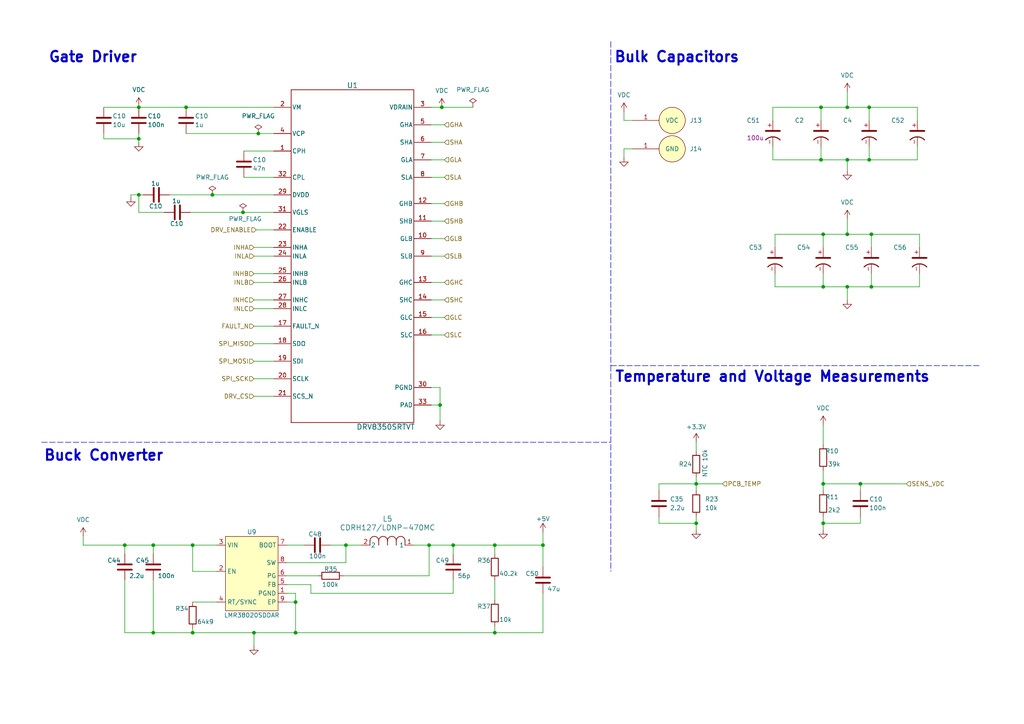
<source format=kicad_sch>
(kicad_sch (version 20230121) (generator eeschema)
  (paper "A4")
  (lib_symbols
    (symbol "BULK-Electrolitic-Cap:EEE-FN1J101V"
      (property "Reference" "C" (at -0.381 1.651 0))
      (property "Value" "EEE-FN1J101V" (at -6.223 0.762 0))
      (symbol "EEE-FN1J101V_0_1"
        (polyline (pts (xy -0.762 -2.032) (xy -0.762 2.032)) (stroke (width 0.508)))
      )
      (symbol "EEE-FN1J101V_1_1"
        (arc (start 1.8415 2.0955) (mid 0.9735 0) (end 1.8415 -2.0955) (stroke (width 0.3)))
        (pin passive line (at -3.81 0 0) (length 2.794) (name "~") (number "+"))
        (pin passive line (at 3.81 0 180) (length 2.794) (name "~") (number "-"))
      )
    )
    (symbol "CDRH127/LDNP-330MC:CDRH127_LDNP-470MC" (pin_names (offset 0.254))
      (property "Reference" "L" (at 6.985 5.08 0))
      (property "Value" "CDRH127/LDNP-470MC" (at 6.985 -2.54 0))
      (symbol "CDRH127_LDNP-470MC_1_1"
        (polyline (pts (xy 2.54 0) (xy 2.54 1.27)) (stroke (width 0.2032)))
        (polyline (pts (xy 5.08 0) (xy 5.08 1.27)) (stroke (width 0.2032)))
        (polyline (pts (xy 7.62 0) (xy 7.62 1.27)) (stroke (width 0.2032)))
        (polyline (pts (xy 10.16 0) (xy 10.16 1.27)) (stroke (width 0.2032)))
        (polyline (pts (xy 12.7 0) (xy 12.7 1.27)) (stroke (width 0.2032)))
        (arc (start 5.08 1.27) (mid 3.81 2.5345) (end 2.54 1.27) (stroke (width 0.2032)))
        (arc (start 7.62 1.27) (mid 6.35 2.5345) (end 5.08 1.27) (stroke (width 0.2032)))
        (arc (start 10.16 1.27) (mid 8.89 2.5345) (end 7.62 1.27) (stroke (width 0.2032)))
        (arc (start 12.7 1.27) (mid 11.43 2.5345) (end 10.16 1.27) (stroke (width 0.2032)))
        (pin unspecified line (at 15.24 0 180) (length 2.54) (name "1") (number "1"))
        (pin unspecified line (at 0 0 0) (length 2.54) (name "2") (number "2"))
      )
      (symbol "CDRH127_LDNP-470MC_1_2"
        (arc (start -1.27 5.08) (mid -2.5345 3.81) (end -1.27 2.54) (stroke (width 0.2032)))
        (arc (start -1.27 7.62) (mid -2.5345 6.35) (end -1.27 5.08) (stroke (width 0.2032)))
        (arc (start -1.27 10.16) (mid -2.5345 8.89) (end -1.27 7.62) (stroke (width 0.2032)))
        (arc (start -1.27 12.7) (mid -2.5345 11.43) (end -1.27 10.16) (stroke (width 0.2032)))
        (polyline (pts (xy 0 2.54) (xy -1.27 2.54)) (stroke (width 0.2032)))
        (polyline (pts (xy 0 5.08) (xy -1.27 5.08)) (stroke (width 0.2032)))
        (polyline (pts (xy 0 7.62) (xy -1.27 7.62)) (stroke (width 0.2032)))
        (polyline (pts (xy 0 10.16) (xy -1.27 10.16)) (stroke (width 0.2032)))
        (polyline (pts (xy 0 12.7) (xy -1.27 12.7)) (stroke (width 0.2032)))
        (pin unspecified line (at 0 15.24 270) (length 2.54) (name "1") (number "1"))
        (pin unspecified line (at 0 0 90) (length 2.54) (name "2") (number "2"))
      )
    )
    (symbol "Connector_Generic:Power_Welding_PAD"
      (property "Reference" "J" (at 0 0 0))
      (symbol "Power_Welding_PAD_1_1"
        (circle (center 0 0) (radius 3.81) (fill (type background)))
        (pin unspecified line (at -11.43 0 0) (length 7.62) (name "") (number "1"))
      )
    )
    (symbol "DRV8350SR:DRV8350SRTVT" (pin_names (offset 0.254))
      (property "Reference" "U" (at 0 2.54 0))
      (property "Value" "DRV8350SRTVT" (at 0 0 0))
      (symbol "DRV8350SRTVT_0_1"
        (polyline (pts (xy -17.78 -48.26) (xy 17.78 -48.26)) (stroke (width 0.2032)))
        (polyline (pts (xy -17.78 48.26) (xy -17.78 -48.26)) (stroke (width 0.2032)))
        (polyline (pts (xy 17.78 -48.26) (xy 17.78 48.26)) (stroke (width 0.2032)))
        (polyline (pts (xy 17.78 48.26) (xy -17.78 48.26)) (stroke (width 0.2032)))
        (pin unspecified line (at -22.86 30.48 0) (length 5.08) (name "CPH") (number "1"))
        (pin output line (at 22.86 5.08 180) (length 5.08) (name "GLB") (number "10"))
        (pin input line (at 22.86 10.16 180) (length 5.08) (name "SHB") (number "11"))
        (pin output line (at 22.86 15.24 180) (length 5.08) (name "GHB") (number "12"))
        (pin output line (at 22.86 -7.62 180) (length 5.08) (name "GHC") (number "13"))
        (pin input line (at 22.86 -12.7 180) (length 5.08) (name "SHC") (number "14"))
        (pin output line (at 22.86 -17.78 180) (length 5.08) (name "GLC") (number "15"))
        (pin input line (at 22.86 -22.86 180) (length 5.08) (name "SLC") (number "16"))
        (pin open_collector line (at -22.86 -20.32 0) (length 5.08) (name "FAULT_N") (number "17"))
        (pin unspecified line (at -22.86 -25.4 0) (length 5.08) (name "SDO") (number "18"))
        (pin input line (at -22.86 -30.48 0) (length 5.08) (name "SDI") (number "19"))
        (pin power_in line (at -22.86 43.18 0) (length 5.08) (name "VM") (number "2"))
        (pin input line (at -22.86 -35.56 0) (length 5.08) (name "SCLK") (number "20"))
        (pin unspecified line (at -22.86 -40.64 0) (length 5.08) (name "SCS_N") (number "21"))
        (pin input line (at -22.86 7.62 0) (length 5.08) (name "ENABLE") (number "22"))
        (pin input line (at -22.86 2.54 0) (length 5.08) (name "INHA") (number "23"))
        (pin input line (at -22.86 0 0) (length 5.08) (name "INLA") (number "24"))
        (pin input line (at -22.86 -5.08 0) (length 5.08) (name "INHB") (number "25"))
        (pin input line (at -22.86 -7.62 0) (length 5.08) (name "INLB") (number "26"))
        (pin input line (at -22.86 -12.7 0) (length 5.08) (name "INHC") (number "27"))
        (pin input line (at -22.86 -15.24 0) (length 5.08) (name "INLC") (number "28"))
        (pin power_in line (at -22.86 17.78 0) (length 5.08) (name "DVDD") (number "29"))
        (pin input line (at 22.86 43.18 180) (length 5.08) (name "VDRAIN") (number "3"))
        (pin power_in line (at 22.86 -38.1 180) (length 5.08) (name "PGND") (number "30"))
        (pin power_in line (at -22.86 12.7 0) (length 5.08) (name "VGLS") (number "31"))
        (pin unspecified line (at -22.86 22.86 0) (length 5.08) (name "CPL") (number "32"))
        (pin power_in line (at 22.86 -43.18 180) (length 5.08) (name "PAD") (number "33"))
        (pin power_in line (at -22.86 35.56 0) (length 5.08) (name "VCP") (number "4"))
        (pin output line (at 22.86 38.1 180) (length 5.08) (name "GHA") (number "5"))
        (pin input line (at 22.86 33.02 180) (length 5.08) (name "SHA") (number "6"))
        (pin output line (at 22.86 27.94 180) (length 5.08) (name "GLA") (number "7"))
        (pin input line (at 22.86 22.86 180) (length 5.08) (name "SLA") (number "8"))
        (pin input line (at 22.86 0 180) (length 5.08) (name "SLB") (number "9"))
      )
    )
    (symbol "Device:C" (pin_numbers hide) (pin_names (offset 0.254))
      (property "Reference" "C" (at 0.635 2.54 0))
      (property "Value" "C" (at 0.635 -2.54 0))
      (symbol "C_0_1"
        (polyline (pts (xy -2.032 -0.762) (xy 2.032 -0.762)) (stroke (width 0.508)))
        (polyline (pts (xy -2.032 0.762) (xy 2.032 0.762)) (stroke (width 0.508)))
      )
      (symbol "C_1_1"
        (pin passive line (at 0 3.81 270) (length 2.794) (name "~") (number "1"))
        (pin passive line (at 0 -3.81 90) (length 2.794) (name "~") (number "2"))
      )
    )
    (symbol "Device:R" (pin_numbers hide) (pin_names (offset 0))
      (property "Reference" "R" (at 2.032 0 90))
      (property "Value" "R" (at 0 0 90))
      (symbol "R_0_1"
        (rectangle (start -1.016 -2.54) (end 1.016 2.54) (stroke (width 0.254)))
      )
      (symbol "R_1_1"
        (pin passive line (at 0 3.81 270) (length 1.27) (name "~") (number "1"))
        (pin passive line (at 0 -3.81 90) (length 1.27) (name "~") (number "2"))
      )
    )
    (symbol "Regulator_Switching:LMR38020DDAR"
      (property "Reference" "U" (at 0 8.89 0))
      (property "Value" "LMR38020SDDAR" (at 0 -15.24 0))
      (symbol "LMR38020DDAR_1_1"
        (rectangle (start -7.62 7.62) (end 7.62 -13.97) (fill (type background)))
        (pin unspecified line (at 10.16 -8.89 180) (length 2.54) (name "PGND") (number "1"))
        (pin unspecified line (at -10.16 -2.54 0) (length 2.54) (name "EN") (number "2"))
        (pin unspecified line (at -10.16 5.08 0) (length 2.54) (name "VIN") (number "3"))
        (pin unspecified line (at -10.16 -11.43 0) (length 2.54) (name "RT/SYNC") (number "4"))
        (pin unspecified line (at 10.16 -6.35 180) (length 2.54) (name "FB") (number "5"))
        (pin unspecified line (at 10.16 -3.81 180) (length 2.54) (name "PG") (number "6"))
        (pin unspecified line (at 10.16 5.08 180) (length 2.54) (name "BOOT") (number "7"))
        (pin unspecified line (at 10.16 0 180) (length 2.54) (name "SW") (number "8"))
        (pin unspecified line (at 10.16 -11.43 180) (length 2.54) (name "EP") (number "9"))
      )
    )
    (symbol "power:+3.3V" (power) (pin_names (offset 0))
      (property "Value" "+3.3V" (at 0 3.556 0))
      (symbol "+3.3V_0_1"
        (polyline (pts (xy -0.762 1.27) (xy 0 2.54)))
        (polyline (pts (xy 0 0) (xy 0 2.54)))
        (polyline (pts (xy 0 2.54) (xy 0.762 1.27)))
      )
      (symbol "+3.3V_1_1"
        (pin power_in line (at 0 0 90) (length 0) hide (name "+3.3V") (number "1"))
      )
    )
    (symbol "power:+5V" (power) (pin_names (offset 0))
      (property "Value" "+5V" (at 0 3.556 0))
      (symbol "+5V_0_1"
        (polyline (pts (xy -0.762 1.27) (xy 0 2.54)))
        (polyline (pts (xy 0 0) (xy 0 2.54)))
        (polyline (pts (xy 0 2.54) (xy 0.762 1.27)))
      )
      (symbol "+5V_1_1"
        (pin power_in line (at 0 0 90) (length 0) hide (name "+5V") (number "1"))
      )
    )
    (symbol "power:GND" (power) (pin_names (offset 0))
      (property "Value" "GND" (at 0 -3.81 0))
      (symbol "GND_0_1"
        (polyline (pts (xy 0 0) (xy 0 -1.27) (xy 1.27 -1.27) (xy 0 -2.54) (xy -1.27 -1.27) (xy 0 -1.27)))
      )
      (symbol "GND_1_1"
        (pin power_in line (at 0 0 270) (length 0) hide (name "GND") (number "1"))
      )
    )
    (symbol "power:PWR_FLAG" (power) (pin_numbers hide) (pin_names (offset 0) hide)
      (property "Value" "PWR_FLAG" (at 0 3.81 0))
      (symbol "PWR_FLAG_0_0"
        (pin power_out line (at 0 0 90) (length 0) (name "pwr") (number "1"))
      )
      (symbol "PWR_FLAG_0_1"
        (polyline (pts (xy 0 0) (xy 0 1.27) (xy -1.016 1.905) (xy 0 2.54) (xy 1.016 1.905) (xy 0 1.27)))
      )
    )
    (symbol "power:VDC" (power) (pin_names (offset 0))
      (property "Value" "VDC" (at 0 6.35 0))
      (symbol "VDC_0_1"
        (polyline (pts (xy -0.762 1.27) (xy 0 2.54)))
        (polyline (pts (xy 0 0) (xy 0 2.54)))
        (polyline (pts (xy 0 2.54) (xy 0.762 1.27)))
      )
      (symbol "VDC_1_1"
        (pin power_in line (at 0 0 90) (length 0) hide (name "VDC") (number "1"))
      )
    )
  )
  (junction (at 53.975 31.115))
  (junction (at 73.66 183.515))
  (junction (at 55.88 183.515))
  (junction (at 238.125 31.115))
  (junction (at 143.51 158.115))
  (junction (at 252.095 46.355))
  (junction (at 143.51 183.515))
  (junction (at 245.745 83.185))
  (junction (at 245.745 67.945))
  (junction (at 201.93 151.765))
  (junction (at 128.143 31.115))
  (junction (at 40.259 56.515))
  (junction (at 40.259 40.259))
  (junction (at 85.725 174.625))
  (junction (at 131.445 158.115))
  (junction (at 36.195 158.115))
  (junction (at 238.76 151.765))
  (junction (at 44.45 158.115))
  (junction (at 201.93 140.335))
  (junction (at 44.45 183.515))
  (junction (at 252.73 67.945))
  (junction (at 124.46 158.115))
  (junction (at 249.555 140.335))
  (junction (at 74.93 38.735))
  (junction (at 40.259 31.115))
  (junction (at 238.76 83.185))
  (junction (at 61.595 56.515))
  (junction (at 245.745 46.355))
  (junction (at 100.33 158.115))
  (junction (at 70.485 61.595))
  (junction (at 252.73 83.185))
  (junction (at 238.76 67.945))
  (junction (at 157.48 158.115))
  (junction (at 245.745 31.115))
  (junction (at 252.095 31.115))
  (junction (at 238.76 140.335))
  (junction (at 55.88 158.115))
  (junction (at 127.635 117.475))
  (junction (at 85.725 183.515))
  (junction (at 238.125 46.355))
  (wire (pts (xy 73.66 114.935) (xy 79.375 114.935)))
  (wire (pts (xy 55.88 183.515) (xy 73.66 183.515)))
  (wire (pts (xy 238.125 31.115) (xy 238.125 34.925)))
  (wire (pts (xy 83.185 167.005) (xy 92.075 167.005)))
  (wire (pts (xy 125.095 46.355) (xy 128.905 46.355)))
  (wire (pts (xy 245.745 31.115) (xy 252.095 31.115)))
  (wire (pts (xy 124.46 158.115) (xy 120.015 158.115)))
  (wire (pts (xy 44.45 183.515) (xy 55.88 183.515)))
  (wire (pts (xy 201.93 149.86) (xy 201.93 151.765)))
  (polyline (pts (xy 177.165 12.065) (xy 177.165 106.045)) (stroke (width 0) (type dash)))
  (wire (pts (xy 99.695 167.005) (xy 124.46 167.005)))
  (polyline (pts (xy 177.165 106.045) (xy 284.48 106.045)) (stroke (width 0) (type dash)))
  (wire (pts (xy 249.555 151.765) (xy 238.76 151.765)))
  (wire (pts (xy 252.73 67.945) (xy 266.7 67.945)))
  (wire (pts (xy 44.45 158.115) (xy 44.45 160.655)))
  (wire (pts (xy 70.739 43.815) (xy 79.375 43.815)))
  (wire (pts (xy 125.095 64.135) (xy 128.905 64.135)))
  (wire (pts (xy 44.45 158.115) (xy 55.88 158.115)))
  (wire (pts (xy 55.245 61.595) (xy 70.485 61.595)))
  (wire (pts (xy 100.33 163.195) (xy 100.33 158.115)))
  (wire (pts (xy 73.66 99.695) (xy 79.375 99.695)))
  (wire (pts (xy 249.555 140.335) (xy 262.89 140.335)))
  (wire (pts (xy 157.48 164.465) (xy 157.48 158.115)))
  (wire (pts (xy 73.66 89.535) (xy 79.375 89.535)))
  (wire (pts (xy 157.48 172.085) (xy 157.48 183.515)))
  (wire (pts (xy 191.135 140.335) (xy 191.135 142.24)))
  (wire (pts (xy 73.66 94.615) (xy 79.375 94.615)))
  (wire (pts (xy 36.195 183.515) (xy 44.45 183.515)))
  (wire (pts (xy 100.33 158.115) (xy 95.885 158.115)))
  (wire (pts (xy 55.88 165.735) (xy 55.88 158.115)))
  (wire (pts (xy 238.76 123.19) (xy 238.76 128.905)))
  (wire (pts (xy 100.33 158.115) (xy 104.775 158.115)))
  (wire (pts (xy 125.095 51.435) (xy 128.905 51.435)))
  (wire (pts (xy 266.7 67.945) (xy 266.7 71.755)))
  (wire (pts (xy 238.125 42.545) (xy 238.125 46.355)))
  (wire (pts (xy 83.185 172.085) (xy 85.725 172.085)))
  (wire (pts (xy 143.51 158.115) (xy 131.445 158.115)))
  (wire (pts (xy 238.76 149.86) (xy 238.76 151.765)))
  (wire (pts (xy 125.095 69.215) (xy 128.905 69.215)))
  (wire (pts (xy 224.79 67.945) (xy 238.76 67.945)))
  (wire (pts (xy 85.725 183.515) (xy 85.725 174.625)))
  (wire (pts (xy 180.975 34.925) (xy 183.515 34.925)))
  (wire (pts (xy 127.635 117.475) (xy 127.635 122.047)))
  (wire (pts (xy 55.88 158.115) (xy 62.865 158.115)))
  (wire (pts (xy 224.155 42.545) (xy 224.155 46.355)))
  (wire (pts (xy 73.66 81.915) (xy 79.375 81.915)))
  (wire (pts (xy 224.79 83.185) (xy 238.76 83.185)))
  (wire (pts (xy 73.66 79.375) (xy 79.375 79.375)))
  (wire (pts (xy 238.76 67.945) (xy 238.76 71.755)))
  (wire (pts (xy 245.745 83.185) (xy 245.745 86.995)))
  (wire (pts (xy 83.185 158.115) (xy 88.265 158.115)))
  (wire (pts (xy 47.625 61.595) (xy 40.259 61.595)))
  (wire (pts (xy 245.745 49.53) (xy 245.745 46.355)))
  (wire (pts (xy 44.45 168.275) (xy 44.45 183.515)))
  (wire (pts (xy 180.975 45.72) (xy 180.975 43.18)))
  (wire (pts (xy 238.125 31.115) (xy 245.745 31.115)))
  (wire (pts (xy 201.93 140.335) (xy 201.93 142.24)))
  (wire (pts (xy 249.555 149.86) (xy 249.555 151.765)))
  (wire (pts (xy 143.51 158.115) (xy 157.48 158.115)))
  (wire (pts (xy 245.745 63.5) (xy 245.745 67.945)))
  (wire (pts (xy 201.93 128.27) (xy 201.93 130.81)))
  (wire (pts (xy 70.739 51.435) (xy 79.375 51.435)))
  (wire (pts (xy 55.88 174.625) (xy 62.865 174.625)))
  (wire (pts (xy 143.51 168.275) (xy 143.51 173.99)))
  (wire (pts (xy 73.66 86.995) (xy 79.375 86.995)))
  (wire (pts (xy 74.93 38.735) (xy 79.375 38.735)))
  (wire (pts (xy 30.099 31.115) (xy 40.259 31.115)))
  (wire (pts (xy 252.73 79.375) (xy 252.73 83.185)))
  (wire (pts (xy 238.76 140.335) (xy 238.76 142.24)))
  (wire (pts (xy 36.195 168.275) (xy 36.195 183.515)))
  (wire (pts (xy 125.095 31.115) (xy 128.143 31.115)))
  (wire (pts (xy 41.529 56.515) (xy 40.259 56.515)))
  (wire (pts (xy 36.195 158.115) (xy 44.45 158.115)))
  (wire (pts (xy 85.725 174.625) (xy 83.185 174.625)))
  (wire (pts (xy 245.745 67.945) (xy 252.73 67.945)))
  (wire (pts (xy 73.66 71.755) (xy 79.375 71.755)))
  (wire (pts (xy 37.973 56.515) (xy 37.973 57.277)))
  (wire (pts (xy 73.66 104.775) (xy 79.375 104.775)))
  (wire (pts (xy 24.13 155.575) (xy 24.13 158.115)))
  (wire (pts (xy 224.79 79.375) (xy 224.79 83.185)))
  (wire (pts (xy 238.76 79.375) (xy 238.76 83.185)))
  (wire (pts (xy 201.93 151.765) (xy 201.93 153.67)))
  (polyline (pts (xy 177.165 106.045) (xy 177.165 165.735)) (stroke (width 0) (type dash)))
  (wire (pts (xy 124.46 167.005) (xy 124.46 158.115)))
  (wire (pts (xy 224.155 46.355) (xy 238.125 46.355)))
  (wire (pts (xy 249.555 142.24) (xy 249.555 140.335)))
  (wire (pts (xy 266.7 79.375) (xy 266.7 83.185)))
  (wire (pts (xy 125.095 74.295) (xy 128.905 74.295)))
  (wire (pts (xy 61.595 56.515) (xy 79.375 56.515)))
  (wire (pts (xy 157.48 154.305) (xy 157.48 158.115)))
  (wire (pts (xy 125.095 41.275) (xy 128.905 41.275)))
  (wire (pts (xy 40.259 56.515) (xy 37.973 56.515)))
  (wire (pts (xy 55.88 182.245) (xy 55.88 183.515)))
  (wire (pts (xy 40.259 40.259) (xy 40.259 41.275)))
  (wire (pts (xy 73.66 183.515) (xy 85.725 183.515)))
  (wire (pts (xy 191.135 151.765) (xy 191.135 149.86)))
  (wire (pts (xy 49.149 56.515) (xy 61.595 56.515)))
  (wire (pts (xy 125.095 86.995) (xy 128.905 86.995)))
  (wire (pts (xy 252.73 83.185) (xy 266.7 83.185)))
  (wire (pts (xy 252.095 31.115) (xy 252.095 34.925)))
  (wire (pts (xy 125.095 81.915) (xy 128.905 81.915)))
  (wire (pts (xy 90.17 169.545) (xy 90.17 172.085)))
  (wire (pts (xy 125.095 36.195) (xy 128.905 36.195)))
  (wire (pts (xy 224.155 31.115) (xy 224.155 34.925)))
  (wire (pts (xy 40.259 38.735) (xy 40.259 40.259)))
  (wire (pts (xy 125.095 97.155) (xy 128.905 97.155)))
  (wire (pts (xy 53.975 31.115) (xy 79.375 31.115)))
  (wire (pts (xy 131.445 172.085) (xy 131.445 168.275)))
  (wire (pts (xy 124.46 158.115) (xy 131.445 158.115)))
  (wire (pts (xy 125.095 59.055) (xy 128.905 59.055)))
  (wire (pts (xy 252.095 31.115) (xy 266.065 31.115)))
  (wire (pts (xy 128.143 31.115) (xy 137.16 31.115)))
  (wire (pts (xy 36.195 158.115) (xy 36.195 160.655)))
  (wire (pts (xy 90.17 172.085) (xy 131.445 172.085)))
  (wire (pts (xy 252.095 42.545) (xy 252.095 46.355)))
  (wire (pts (xy 53.975 31.115) (xy 40.259 31.115)))
  (wire (pts (xy 191.135 140.335) (xy 201.93 140.335)))
  (wire (pts (xy 238.125 46.355) (xy 245.745 46.355)))
  (wire (pts (xy 83.185 163.195) (xy 100.33 163.195)))
  (wire (pts (xy 73.66 74.295) (xy 79.375 74.295)))
  (wire (pts (xy 238.76 136.525) (xy 238.76 140.335)))
  (wire (pts (xy 131.445 160.655) (xy 131.445 158.115)))
  (polyline (pts (xy 12.065 128.27) (xy 177.165 128.27)) (stroke (width 0) (type dash)))
  (wire (pts (xy 238.76 83.185) (xy 245.745 83.185)))
  (wire (pts (xy 224.79 67.945) (xy 224.79 71.755)))
  (wire (pts (xy 245.745 83.185) (xy 252.73 83.185)))
  (wire (pts (xy 266.065 42.545) (xy 266.065 46.355)))
  (wire (pts (xy 238.76 151.765) (xy 238.76 153.67)))
  (wire (pts (xy 127.635 112.395) (xy 127.635 117.475)))
  (wire (pts (xy 85.725 183.515) (xy 143.51 183.515)))
  (wire (pts (xy 238.76 67.945) (xy 245.745 67.945)))
  (wire (pts (xy 73.66 187.325) (xy 73.66 183.515)))
  (wire (pts (xy 252.095 46.355) (xy 266.065 46.355)))
  (wire (pts (xy 30.099 40.259) (xy 40.259 40.259)))
  (wire (pts (xy 249.555 140.335) (xy 238.76 140.335)))
  (wire (pts (xy 70.485 61.595) (xy 79.375 61.595)))
  (wire (pts (xy 224.155 31.115) (xy 238.125 31.115)))
  (wire (pts (xy 201.93 140.335) (xy 209.55 140.335)))
  (wire (pts (xy 40.259 61.595) (xy 40.259 56.515)))
  (wire (pts (xy 125.095 117.475) (xy 127.635 117.475)))
  (wire (pts (xy 180.975 32.385) (xy 180.975 34.925)))
  (wire (pts (xy 201.93 138.43) (xy 201.93 140.335)))
  (wire (pts (xy 73.66 109.855) (xy 79.375 109.855)))
  (wire (pts (xy 157.48 183.515) (xy 143.51 183.515)))
  (wire (pts (xy 143.51 181.61) (xy 143.51 183.515)))
  (wire (pts (xy 191.135 151.765) (xy 201.93 151.765)))
  (wire (pts (xy 85.725 172.085) (xy 85.725 174.625)))
  (wire (pts (xy 90.17 169.545) (xy 83.185 169.545)))
  (wire (pts (xy 143.51 160.655) (xy 143.51 158.115)))
  (wire (pts (xy 40.259 31.115) (xy 40.259 30.861)))
  (wire (pts (xy 125.095 92.075) (xy 128.905 92.075)))
  (wire (pts (xy 62.865 165.735) (xy 55.88 165.735)))
  (wire (pts (xy 180.975 43.18) (xy 183.515 43.18)))
  (wire (pts (xy 252.73 67.945) (xy 252.73 71.755)))
  (wire (pts (xy 74.295 66.675) (xy 79.375 66.675)))
  (wire (pts (xy 266.065 31.115) (xy 266.065 34.925)))
  (wire (pts (xy 24.13 158.115) (xy 36.195 158.115)))
  (wire (pts (xy 30.099 38.735) (xy 30.099 40.259)))
  (wire (pts (xy 245.745 46.355) (xy 252.095 46.355)))
  (wire (pts (xy 53.975 38.735) (xy 74.93 38.735)))
  (wire (pts (xy 245.745 26.67) (xy 245.745 31.115)))
  (wire (pts (xy 125.095 112.395) (xy 127.635 112.395)))
  (text "Buck Converter" (at 47.625 133.985 0) (effects (font (size 3 3) (thickness 0.6) bold) (justify right bottom)))
  (text "Temperature and Voltage Measurements" (at 269.875 111.125 0) (effects (font (size 3 3) (thickness 0.6) bold) (justify right bottom)))
  (text "Gate Driver" (at 40.005 18.415 0) (effects (font (size 3 3) (thickness 0.6) bold) (justify right bottom)))
  (text "Bulk Capacitors" (at 214.63 18.415 0) (effects (font (size 3 3) (thickness 0.6) bold) (justify right bottom)))
  (hierarchical_label "DRV_ENABLE" (shape input) (at 74.295 66.675 180))
  (hierarchical_label "GLA" (shape input) (at 128.905 46.355 0))
  (hierarchical_label "SHA" (shape input) (at 128.905 41.275 0))
  (hierarchical_label "INLC" (shape input) (at 73.66 89.535 180))
  (hierarchical_label "SHC" (shape input) (at 128.905 86.995 0))
  (hierarchical_label "SENS_VDC" (shape input) (at 262.89 140.335 0))
  (hierarchical_label "SHB" (shape input) (at 128.905 64.135 0))
  (hierarchical_label "INHA" (shape input) (at 73.66 71.755 180))
  (hierarchical_label "SPI_MOSI" (shape input) (at 73.66 104.775 180))
  (hierarchical_label "GLB" (shape input) (at 128.905 69.215 0))
  (hierarchical_label "SLB" (shape input) (at 128.905 74.295 0))
  (hierarchical_label "GLC" (shape input) (at 128.905 92.075 0))
  (hierarchical_label "FAULT_N" (shape input) (at 73.66 94.615 180))
  (hierarchical_label "SLC" (shape input) (at 128.905 97.155 0))
  (hierarchical_label "SPI_SCK" (shape input) (at 73.66 109.855 180))
  (hierarchical_label "SLA" (shape input) (at 128.905 51.435 0))
  (hierarchical_label "PCB_TEMP" (shape input) (at 209.55 140.335 0))
  (hierarchical_label "INLB" (shape input) (at 73.66 81.915 180))
  (hierarchical_label "INLA" (shape input) (at 73.66 74.295 180))
  (hierarchical_label "GHB" (shape input) (at 128.905 59.055 0))
  (hierarchical_label "GHC" (shape input) (at 128.905 81.915 0))
  (hierarchical_label "INHB" (shape input) (at 73.66 79.375 180))
  (hierarchical_label "GHA" (shape input) (at 128.905 36.195 0))
  (hierarchical_label "INHC" (shape input) (at 73.66 86.995 180))
  (hierarchical_label "SPI_MISO" (shape input) (at 73.66 99.695 180))
  (hierarchical_label "DRV_CS" (shape input) (at 73.66 114.935 180))
  (symbol (lib_id "Device:C") (at 40.259 34.925 0) (unit 1)
    (property "Reference" "C10" (at 42.799 33.655 0) (effects (justify left)))
    (property "Value" "100n" (at 42.799 36.195 0) (effects (justify left)))
    (property "Footprint" "Capacitor_SMD:C_0402_1005Metric" (effects hide))
    (property "Comment" "X5R or X7R / 100V or 60V / Place near VM (PIN-2).  " (effects hide))
    (instances (project "BLDC_V_0.1" (path "" (reference "C10") (unit 1)) (path "" (reference "C10") (unit 1)) (path "" (reference "C19") (unit 1))))
  )
  (symbol (lib_id "power:GND") (at 40.259 41.275 0) (unit 1)
    (property "Reference" "#PWR024" (effects hide))
    (property "Value" "GND" (effects hide))
    (instances (project "BLDC_V_0.1" (path "" (reference "#PWR024") (unit 1)) (path "" (reference "#PWR023") (unit 1)) (path "" (reference "#PWR06") (unit 1))))
  )
  (symbol (lib_id "power:PWR_FLAG") (at 61.595 56.515 0) (unit 1)
    (property "Reference" "#FLG03" (effects hide))
    (property "Value" "PWR_FLAG" (at 61.595 51.435 0))
    (instances (project "BLDC_V_0.1" (path "" (reference "#FLG03") (unit 1)) (path "" (reference "#FLG06") (unit 1))))
  )
  (symbol (lib_id "Device:R") (at 201.93 134.62 0) (unit 1)
    (property "Reference" "R24" (at 196.85 134.62 0) (effects (justify left)))
    (property "Value" "NTC 10k" (at 204.47 138.43 90) (effects (justify left)))
    (property "Footprint" "Resistor_SMD:R_0603_1608Metric" (effects hide))
  )
  (symbol (lib_id "BULK-Electrolitic-Cap:EEE-FN1J101V") (at 266.065 38.735 270) (unit 1)
    (property "Reference" "C52" (at 258.445 34.925 90) (effects (justify left)))
    (property "Value" "EEE-FN1J101V" (effects hide))
    (property "Footprint" "Capacitor:EEHZT1E561UV" (effects hide))
    (property "Datasheet" "http://industrial.panasonic.com/cdbs/www-data/pdf/RDE0000/RDE0000C1259.pdf" (effects hide))
    (property "Height" "10.5" (effects hide))
    (property "Mouser Part Number" "667-EEE-FN1J101V" (effects hide))
    (property "Mouser Price/Stock" "https://www.mouser.co.uk/ProductDetail/Panasonic/EEE-FN1J101V?qs=OlC7AqGiEDmKEdgp6dDkOw%3D%3D" (effects hide))
    (property "Manufacturer_Name" "Panasonic" (effects hide))
    (property "Manufacturer_Part_Number" "EEE-FN1J101V" (effects hide))
  )
  (symbol (lib_id "power:VDC") (at 180.975 32.385 0) (unit 1)
    (property "Reference" "#PWR051" (effects hide))
    (property "Value" "VDC" (at 180.975 27.559 0))
  )
  (symbol (lib_id "power:VDC") (at 128.143 31.115 0) (unit 1)
    (property "Reference" "#PWR027" (effects hide))
    (property "Value" "VDC" (at 128.143 26.289 0))
  )
  (symbol (lib_id "power:GND") (at 238.76 153.67 0) (unit 1)
    (property "Reference" "#PWR024" (effects hide))
    (property "Value" "GND" (effects hide))
    (instances (project "BLDC_V_0.1" (path "" (reference "#PWR024") (unit 1)) (path "" (reference "#PWR023") (unit 1)) (path "" (reference "#PWR033") (unit 1))))
  )
  (symbol (lib_id "power:GND") (at 37.973 57.277 0) (unit 1)
    (property "Reference" "#PWR024" (effects hide))
    (property "Value" "GND" (effects hide))
    (instances (project "BLDC_V_0.1" (path "" (reference "#PWR024") (unit 1)) (path "" (reference "#PWR023") (unit 1)) (path "" (reference "#PWR028") (unit 1))))
  )
  (symbol (lib_id "BULK-Electrolitic-Cap:EEE-FN1J101V") (at 224.79 75.565 270) (unit 1)
    (property "Reference" "C53" (at 217.17 71.755 90) (effects (justify left)))
    (property "Value" "EEE-FN1J101V" (effects hide))
    (property "Footprint" "Capacitor:EEHZT1E561UV" (effects hide))
    (property "Datasheet" "http://industrial.panasonic.com/cdbs/www-data/pdf/RDE0000/RDE0000C1259.pdf" (effects hide))
    (property "Height" "10.5" (effects hide))
    (property "Mouser Part Number" "667-EEE-FN1J101V" (effects hide))
    (property "Mouser Price/Stock" "https://www.mouser.co.uk/ProductDetail/Panasonic/EEE-FN1J101V?qs=OlC7AqGiEDmKEdgp6dDkOw%3D%3D" (effects hide))
    (property "Manufacturer_Name" "Panasonic" (effects hide))
    (property "Manufacturer_Part_Number" "EEE-FN1J101V" (effects hide))
  )
  (symbol (lib_id "Device:C") (at 157.48 168.275 0) (unit 1)
    (property "Reference" "C50" (at 152.4 166.37 0) (effects (justify left)))
    (property "Value" "47u" (at 158.75 170.815 0) (effects (justify left)))
    (property "Footprint" "Capacitor_SMD:C_1210_3225Metric" (effects hide))
    (property "Comment" "3.037mOhm" (effects hide))
  )
  (symbol (lib_id "Device:R") (at 55.88 178.435 0) (unit 1)
    (property "Reference" "R34" (at 50.8 176.53 0) (effects (justify left)))
    (property "Value" "64k9" (at 57.15 180.34 0) (effects (justify left)))
    (property "Footprint" "Resistor_SMD:R_0603_1608Metric" (effects hide))
    (property "Field4" "100mW" (effects hide))
  )
  (symbol (lib_id "Device:R") (at 143.51 164.465 0) (unit 1)
    (property "Reference" "R36" (at 138.43 162.56 0) (effects (justify left)))
    (property "Value" "40.2k" (at 144.78 166.37 0) (effects (justify left)))
    (property "Footprint" "Resistor_SMD:R_0402_1005Metric" (effects hide))
    (property "Field4" "63mW" (effects hide))
  )
  (symbol (lib_id "BULK-Electrolitic-Cap:EEE-FN1J101V") (at 224.155 38.735 270) (unit 1)
    (property "Reference" "C51" (at 216.535 34.925 90) (effects (justify left)))
    (property "Value" "EEE-FN1J101V" (effects hide))
    (property "Footprint" "Capacitor:EEHZT1E561UV" (effects hide))
    (property "Datasheet" "http://industrial.panasonic.com/cdbs/www-data/pdf/RDE0000/RDE0000C1259.pdf" (effects hide))
    (property "Height" "10.5" (effects hide))
    (property "Mouser Part Number" "667-EEE-FN1J101V" (effects hide))
    (property "Mouser Price/Stock" "https://www.mouser.co.uk/ProductDetail/Panasonic/EEE-FN1J101V?qs=OlC7AqGiEDmKEdgp6dDkOw%3D%3D" (effects hide))
    (property "Manufacturer_Name" "Panasonic" (effects hide))
    (property "Manufacturer_Part_Number" "EEE-FN1J101V" (effects hide))
    (property "Capacitans" "100u" (at 219.075 40.005 90))
    (property "Voltage Rating" "63V" (effects hide))
  )
  (symbol (lib_id "Device:R") (at 201.93 146.05 0) (unit 1)
    (property "Reference" "R23" (at 204.47 144.78 0) (effects (justify left)))
    (property "Value" "10k" (at 204.47 147.32 0) (effects (justify left)))
    (property "Footprint" "Resistor_SMD:R_0603_1608Metric" (effects hide))
  )
  (symbol (lib_id "power:PWR_FLAG") (at 74.93 38.735 0) (unit 1)
    (property "Reference" "#FLG03" (effects hide))
    (property "Value" "PWR_FLAG" (at 74.93 33.655 0))
    (instances (project "BLDC_V_0.1" (path "" (reference "#FLG03") (unit 1)) (path "" (reference "#FLG05") (unit 1))))
  )
  (symbol (lib_id "power:VDC") (at 24.13 155.575 0) (unit 1)
    (property "Reference" "#PWR066" (effects hide))
    (property "Value" "VDC" (at 24.13 150.749 0))
  )
  (symbol (lib_id "DRV8350SR:DRV8350SRTVT") (at 102.235 74.295 0) (unit 1)
    (property "Reference" "U1" (at 102.235 24.765 0) (effects (font (size 1.524 1.524))))
    (property "Value" "DRV8350SRTVT" (at 111.887 123.825 0) (effects (font (size 1.524 1.524))))
    (property "Footprint" "DRV-8350S:RTV0032E" (effects hide))
    (property "Datasheet" "DRV8350SRTVT" (effects hide))
  )
  (symbol (lib_id "Device:C") (at 30.099 34.925 0) (unit 1)
    (property "Reference" "C10" (at 32.639 33.655 0) (effects (justify left)))
    (property "Value" "10u" (at 32.639 36.195 0) (effects (justify left)))
    (property "Footprint" "Capacitor_SMD:C_0603_1608Metric" (effects hide))
    (property "Comment" "X5R or X7R / 100V or 60V" (effects hide))
    (instances (project "BLDC_V_0.1" (path "" (reference "C10") (unit 1)) (path "" (reference "C10") (unit 1)) (path "" (reference "C22") (unit 1))))
  )
  (symbol (lib_id "BULK-Electrolitic-Cap:EEE-FN1J101V") (at 252.73 75.565 270) (unit 1)
    (property "Reference" "C55" (at 245.11 71.755 90) (effects (justify left)))
    (property "Value" "EEE-FN1J101V" (effects hide))
    (property "Footprint" "Capacitor:EEHZT1E561UV" (effects hide))
    (property "Datasheet" "http://industrial.panasonic.com/cdbs/www-data/pdf/RDE0000/RDE0000C1259.pdf" (effects hide))
    (property "Height" "10.5" (effects hide))
    (property "Mouser Part Number" "667-EEE-FN1J101V" (effects hide))
    (property "Mouser Price/Stock" "https://www.mouser.co.uk/ProductDetail/Panasonic/EEE-FN1J101V?qs=OlC7AqGiEDmKEdgp6dDkOw%3D%3D" (effects hide))
    (property "Manufacturer_Name" "Panasonic" (effects hide))
    (property "Manufacturer_Part_Number" "EEE-FN1J101V" (effects hide))
  )
  (symbol (lib_id "power:VDC") (at 245.745 63.5 0) (unit 1)
    (property "Reference" "#PWR037" (effects hide))
    (property "Value" "VDC" (at 245.745 58.674 0))
  )
  (symbol (lib_id "Connector_Generic:Power_Welding_PAD") (at 194.945 34.925 0) (unit 1)
    (property "Reference" "J13" (at 200.025 34.925 0) (effects (justify left)))
    (property "Value" "VDC" (at 194.945 34.925 0))
    (property "Footprint" "Connector:Power_Welding_Pad_10x10mm" (effects hide))
  )
  (symbol (lib_id "power:GND") (at 245.745 49.53 0) (unit 1)
    (property "Reference" "#PWR024" (effects hide))
    (property "Value" "GND" (effects hide))
    (instances (project "BLDC_V_0.1" (path "" (reference "#PWR024") (unit 1)) (path "" (reference "#PWR023") (unit 1)) (path "" (reference "#PWR012") (unit 1))))
  )
  (symbol (lib_id "Device:R") (at 238.76 132.715 180) (unit 1)
    (property "Reference" "R10" (at 241.3 130.81 0))
    (property "Value" "39k" (at 241.935 134.62 0))
    (property "Footprint" "Resistor_SMD:R_0603_1608Metric" (effects hide))
  )
  (symbol (lib_id "power:+3.3V") (at 201.93 128.27 0) (unit 1)
    (property "Reference" "#PWR016" (effects hide))
    (property "Value" "+3.3V" (at 201.93 123.825 0))
  )
  (symbol (lib_id "Regulator_Switching:LMR38020DDAR") (at 73.025 163.195 0) (unit 1)
    (property "Reference" "U9" (at 73.025 154.305 0))
    (property "Value" "LMR38020SDDAR" (at 73.025 178.435 0))
    (property "Footprint" "Converter_DCDC:LMR38020SDDAR" (effects hide))
    (property "Datasheet" "https://www.ti.com/lit/ds/symlink/lmr38020.pdf?ts=1691734566139&ref_url=https%253A%252F%252Fwww.ti.com%252Fproduct%252FLMR38020%252Fpart-details%252FLMR38020SDDAR" (effects hide))
  )
  (symbol (lib_id "Device:C") (at 249.555 146.05 0) (unit 1)
    (property "Reference" "C10" (at 252.095 144.78 0) (effects (justify left)))
    (property "Value" "100n" (at 252.095 147.32 0) (effects (justify left)))
    (property "Footprint" "Capacitor_SMD:C_0402_1005Metric" (effects hide))
    (instances (project "BLDC_V_0.1" (path "" (reference "C10") (unit 1)) (path "" (reference "C10") (unit 1)) (path "" (reference "C26") (unit 1))))
  )
  (symbol (lib_id "Device:C") (at 92.075 158.115 90) (unit 1)
    (property "Reference" "C48" (at 93.345 154.94 90) (effects (justify left)))
    (property "Value" "100n" (at 94.615 161.29 90) (effects (justify left)))
    (property "Footprint" "Capacitor_SMD:C_0402_1005Metric" (effects hide))
    (property "Comment" "1mOhm" (effects hide))
  )
  (symbol (lib_id "power:GND") (at 127.635 122.047 0) (unit 1)
    (property "Reference" "#PWR024" (effects hide))
    (property "Value" "GND" (effects hide))
    (instances (project "BLDC_V_0.1" (path "" (reference "#PWR024") (unit 1)) (path "" (reference "#PWR023") (unit 1)) (path "" (reference "#PWR031") (unit 1))))
  )
  (symbol (lib_id "Device:C") (at 45.339 56.515 90) (unit 1)
    (property "Reference" "C10" (at 47.117 59.817 90) (effects (justify left)))
    (property "Value" "1u" (at 46.355 53.213 90) (effects (justify left)))
    (property "Footprint" "Capacitor_SMD:C_0603_1608Metric" (effects hide))
    (property "Comment" "X5R or X7R / 6.3V / Place near DVDD (PIN-31)" (effects hide))
    (instances (project "BLDC_V_0.1" (path "" (reference "C10") (unit 1)) (path "" (reference "C10") (unit 1)) (path "" (reference "C21") (unit 1))))
  )
  (symbol (lib_id "Connector_Generic:Power_Welding_PAD") (at 194.945 43.18 0) (unit 1)
    (property "Reference" "J14" (at 200.025 43.18 0) (effects (justify left)))
    (property "Value" "GND" (at 194.945 43.18 0))
    (property "Footprint" "Connector:Power_Welding_Pad_10x10mm" (effects hide))
  )
  (symbol (lib_id "power:GND") (at 245.745 86.995 0) (unit 1)
    (property "Reference" "#PWR024" (effects hide))
    (property "Value" "GND" (effects hide))
    (instances (project "BLDC_V_0.1" (path "" (reference "#PWR024") (unit 1)) (path "" (reference "#PWR023") (unit 1)) (path "" (reference "#PWR038") (unit 1))))
  )
  (symbol (lib_id "power:VDC") (at 238.76 123.19 0) (unit 1)
    (property "Reference" "#PWR034" (effects hide))
    (property "Value" "VDC" (at 238.76 118.364 0))
  )
  (symbol (lib_id "power:VDC") (at 245.745 26.67 0) (unit 1)
    (property "Reference" "#PWR03" (effects hide))
    (property "Value" "VDC" (at 245.745 21.844 0))
  )
  (symbol (lib_id "Device:C") (at 36.195 164.465 0) (unit 1)
    (property "Reference" "C44" (at 31.115 162.56 0) (effects (justify left)))
    (property "Value" "2.2u" (at 37.465 167.005 0) (effects (justify left)))
    (property "Footprint" "Capacitor_SMD:C_1210_3225Metric" (effects hide))
    (property "Comment" "1.73mOhm" (effects hide))
  )
  (symbol (lib_id "power:PWR_FLAG") (at 137.16 31.115 0) (unit 1)
    (property "Reference" "#FLG03" (effects hide))
    (property "Value" "PWR_FLAG" (at 137.16 26.035 0))
    (instances (project "BLDC_V_0.1" (path "" (reference "#FLG03") (unit 1)) (path "" (reference "#FLG04") (unit 1))))
  )
  (symbol (lib_id "power:VDC") (at 40.259 30.861 0) (unit 1)
    (property "Reference" "#PWR045" (effects hide))
    (property "Value" "VDC" (at 40.259 26.035 0))
  )
  (symbol (lib_id "CDRH127/LDNP-330MC:CDRH127_LDNP-470MC") (at 104.775 158.115 0) (unit 1)
    (property "Reference" "L5" (at 112.395 150.495 0) (effects (font (size 1.524 1.524))))
    (property "Value" "CDRH127/LDNP-470MC" (at 112.395 153.035 0) (effects (font (size 1.524 1.524))))
    (property "Footprint" "CDRH127:IND_CDRH127&slash_LDNP-470MC_SUM" (effects hide))
    (property "Datasheet" "CDRH127/LDNP-470MC" (effects hide))
  )
  (symbol (lib_id "power:GND") (at 73.66 187.325 0) (unit 1)
    (property "Reference" "#PWR024" (effects hide))
    (property "Value" "GND" (effects hide))
    (instances (project "BLDC_V_0.1" (path "" (reference "#PWR024") (unit 1)) (path "" (reference "#PWR023") (unit 1)) (path "" (reference "#PWR067") (unit 1))))
  )
  (symbol (lib_id "power:PWR_FLAG") (at 70.485 61.595 0) (unit 1)
    (property "Reference" "#FLG03" (effects hide))
    (property "Value" "PWR_FLAG" (at 71.12 63.5 0))
    (instances (project "BLDC_V_0.1" (path "" (reference "#FLG03") (unit 1)) (path "" (reference "#FLG07") (unit 1))))
  )
  (symbol (lib_id "BULK-Electrolitic-Cap:EEE-FN1J101V") (at 266.7 75.565 270) (unit 1)
    (property "Reference" "C56" (at 259.08 71.755 90) (effects (justify left)))
    (property "Value" "EEE-FN1J101V" (effects hide))
    (property "Footprint" "Capacitor:EEHZT1E561UV" (effects hide))
    (property "Datasheet" "http://industrial.panasonic.com/cdbs/www-data/pdf/RDE0000/RDE0000C1259.pdf" (effects hide))
    (property "Height" "10.5" (effects hide))
    (property "Mouser Part Number" "667-EEE-FN1J101V" (effects hide))
    (property "Mouser Price/Stock" "https://www.mouser.co.uk/ProductDetail/Panasonic/EEE-FN1J101V?qs=OlC7AqGiEDmKEdgp6dDkOw%3D%3D" (effects hide))
    (property "Manufacturer_Name" "Panasonic" (effects hide))
    (property "Manufacturer_Part_Number" "EEE-FN1J101V" (effects hide))
  )
  (symbol (lib_id "power:+5V") (at 157.48 154.305 0) (unit 1)
    (property "Reference" "#PWR034" (effects hide))
    (property "Value" "+5V" (at 157.48 150.495 0))
    (instances (project "STM32F4_REV2" (path "" (reference "#PWR034") (unit 1))) (project "BLDC_V_0.1" (path "" (reference "#PWR017") (unit 1)) (path "" (reference "#PWR020") (unit 1)) (path "" (reference "#PWR071") (unit 1))))
  )
  (symbol (lib_id "BULK-Electrolitic-Cap:EEE-FN1J101V") (at 252.095 38.735 270) (unit 1)
    (property "Reference" "C4" (at 244.475 34.925 90) (effects (justify left)))
    (property "Value" "EEE-FN1J101V" (effects hide))
    (property "Footprint" "Capacitor:EEHZT1E561UV" (effects hide))
    (property "Datasheet" "http://industrial.panasonic.com/cdbs/www-data/pdf/RDE0000/RDE0000C1259.pdf" (effects hide))
    (property "Height" "10.5" (effects hide))
    (property "Mouser Part Number" "667-EEE-FN1J101V" (effects hide))
    (property "Mouser Price/Stock" "https://www.mouser.co.uk/ProductDetail/Panasonic/EEE-FN1J101V?qs=OlC7AqGiEDmKEdgp6dDkOw%3D%3D" (effects hide))
    (property "Manufacturer_Name" "Panasonic" (effects hide))
    (property "Manufacturer_Part_Number" "EEE-FN1J101V" (effects hide))
  )
  (symbol (lib_id "Device:C") (at 53.975 34.925 0) (unit 1)
    (property "Reference" "C10" (at 56.515 33.655 0) (effects (justify left)))
    (property "Value" "1u" (at 56.515 36.195 0) (effects (justify left)))
    (property "Footprint" "Capacitor_SMD:C_0603_1608Metric" (effects hide))
    (property "Comment" "X5R or X7R / 16V / Place near VDRAIN (PIN-3) and VCP (PIN-4)" (effects hide))
    (instances (project "BLDC_V_0.1" (path "" (reference "C10") (unit 1)) (path "" (reference "C10") (unit 1)) (path "" (reference "C18") (unit 1))))
  )
  (symbol (lib_id "BULK-Electrolitic-Cap:EEE-FN1J101V") (at 238.76 75.565 270) (unit 1)
    (property "Reference" "C54" (at 231.14 71.755 90) (effects (justify left)))
    (property "Value" "EEE-FN1J101V" (effects hide))
    (property "Footprint" "Capacitor:EEHZT1E561UV" (effects hide))
    (property "Datasheet" "http://industrial.panasonic.com/cdbs/www-data/pdf/RDE0000/RDE0000C1259.pdf" (effects hide))
    (property "Height" "10.5" (effects hide))
    (property "Mouser Part Number" "667-EEE-FN1J101V" (effects hide))
    (property "Mouser Price/Stock" "https://www.mouser.co.uk/ProductDetail/Panasonic/EEE-FN1J101V?qs=OlC7AqGiEDmKEdgp6dDkOw%3D%3D" (effects hide))
    (property "Manufacturer_Name" "Panasonic" (effects hide))
    (property "Manufacturer_Part_Number" "EEE-FN1J101V" (effects hide))
  )
  (symbol (lib_id "Device:C") (at 51.435 61.595 90) (unit 1)
    (property "Reference" "C10" (at 53.213 64.897 90) (effects (justify left)))
    (property "Value" "1u" (at 52.451 58.293 90) (effects (justify left)))
    (property "Footprint" "Capacitor_SMD:C_0603_1608Metric" (effects hide))
    (property "Comment" "X5R or X7R / 16V / Place near VGLS (PIN-31)" (effects hide))
    (instances (project "BLDC_V_0.1" (path "" (reference "C10") (unit 1)) (path "" (reference "C10") (unit 1)) (path "" (reference "C25") (unit 1))))
  )
  (symbol (lib_id "Device:R") (at 95.885 167.005 270) (unit 1)
    (property "Reference" "R35" (at 93.98 165.1 90) (effects (justify left)))
    (property "Value" "100k" (at 93.345 169.545 90) (effects (justify left)))
    (property "Footprint" "Resistor_SMD:R_0603_1608Metric" (effects hide))
    (property "Field4" "100mW" (effects hide))
  )
  (symbol (lib_id "Device:C") (at 44.45 164.465 0) (unit 1)
    (property "Reference" "C45" (at 39.37 162.56 0) (effects (justify left)))
    (property "Value" "100n" (at 45.72 167.005 0) (effects (justify left)))
    (property "Footprint" "Capacitor_SMD:C_0805_2012Metric" (effects hide))
    (property "Comment" "20.726mOhm" (effects hide))
  )
  (symbol (lib_id "BULK-Electrolitic-Cap:EEE-FN1J101V") (at 238.125 38.735 270) (unit 1)
    (property "Reference" "C2" (at 230.505 34.925 90) (effects (justify left)))
    (property "Value" "EEE-FN1J101V" (effects hide))
    (property "Footprint" "Capacitor:EEHZT1E561UV" (effects hide))
    (property "Datasheet" "http://industrial.panasonic.com/cdbs/www-data/pdf/RDE0000/RDE0000C1259.pdf" (effects hide))
    (property "Height" "10.5" (effects hide))
    (property "Mouser Part Number" "667-EEE-FN1J101V" (effects hide))
    (property "Mouser Price/Stock" "https://www.mouser.co.uk/ProductDetail/Panasonic/EEE-FN1J101V?qs=OlC7AqGiEDmKEdgp6dDkOw%3D%3D" (effects hide))
    (property "Manufacturer_Name" "Panasonic" (effects hide))
    (property "Manufacturer_Part_Number" "EEE-FN1J101V" (effects hide))
  )
  (symbol (lib_id "Device:C") (at 131.445 164.465 0) (unit 1)
    (property "Reference" "C49" (at 126.365 162.56 0) (effects (justify left)))
    (property "Value" "56p" (at 132.715 167.005 0) (effects (justify left)))
    (property "Footprint" "Capacitor_SMD:C_0201_0603Metric" (effects hide))
    (property "Comment" "20.726mOhm" (effects hide))
  )
  (symbol (lib_id "Device:R") (at 143.51 177.8 0) (unit 1)
    (property "Reference" "R37" (at 138.43 175.895 0) (effects (justify left)))
    (property "Value" "10k" (at 144.78 179.705 0) (effects (justify left)))
    (property "Footprint" "Resistor_SMD:R_0402_1005Metric" (effects hide))
    (property "Field4" "63mW" (effects hide))
  )
  (symbol (lib_id "Device:C") (at 191.135 146.05 0) (unit 1)
    (property "Reference" "C35" (at 194.31 144.78 0) (effects (justify left)))
    (property "Value" "2.2u" (at 194.31 147.32 0) (effects (justify left)))
    (property "Footprint" "Capacitor_SMD:C_0603_1608Metric" (effects hide))
  )
  (symbol (lib_id "power:GND") (at 180.975 45.72 0) (unit 1)
    (property "Reference" "#PWR024" (effects hide))
    (property "Value" "GND" (effects hide))
    (instances (project "BLDC_V_0.1" (path "" (reference "#PWR024") (unit 1)) (path "" (reference "#PWR023") (unit 1)) (path "" (reference "#PWR052") (unit 1))))
  )
  (symbol (lib_id "Device:C") (at 70.739 47.625 0) (unit 1)
    (property "Reference" "C10" (at 73.279 46.355 0) (effects (justify left)))
    (property "Value" "47n" (at 73.279 48.895 0) (effects (justify left)))
    (property "Footprint" "Capacitor_SMD:C_0402_1005Metric" (effects hide))
    (property "Comment" "X5R or X7R / >=16V" (effects hide))
    (instances (project "BLDC_V_0.1" (path "" (reference "C10") (unit 1)) (path "" (reference "C10") (unit 1)) (path "" (reference "C20") (unit 1))))
  )
  (symbol (lib_id "Device:R") (at 238.76 146.05 180) (unit 1)
    (property "Reference" "R11" (at 241.3 144.145 0))
    (property "Value" "2k2" (at 241.935 147.955 0))
    (property "Footprint" "Resistor_SMD:R_0603_1608Metric" (effects hide))
  )
  (symbol (lib_id "power:GND") (at 201.93 153.67 0) (unit 1)
    (property "Reference" "#PWR024" (effects hide))
    (property "Value" "GND" (effects hide))
    (instances (project "BLDC_V_0.1" (path "" (reference "#PWR024") (unit 1)) (path "" (reference "#PWR023") (unit 1)) (path "" (reference "#PWR017") (unit 1))))
  )
)
</source>
